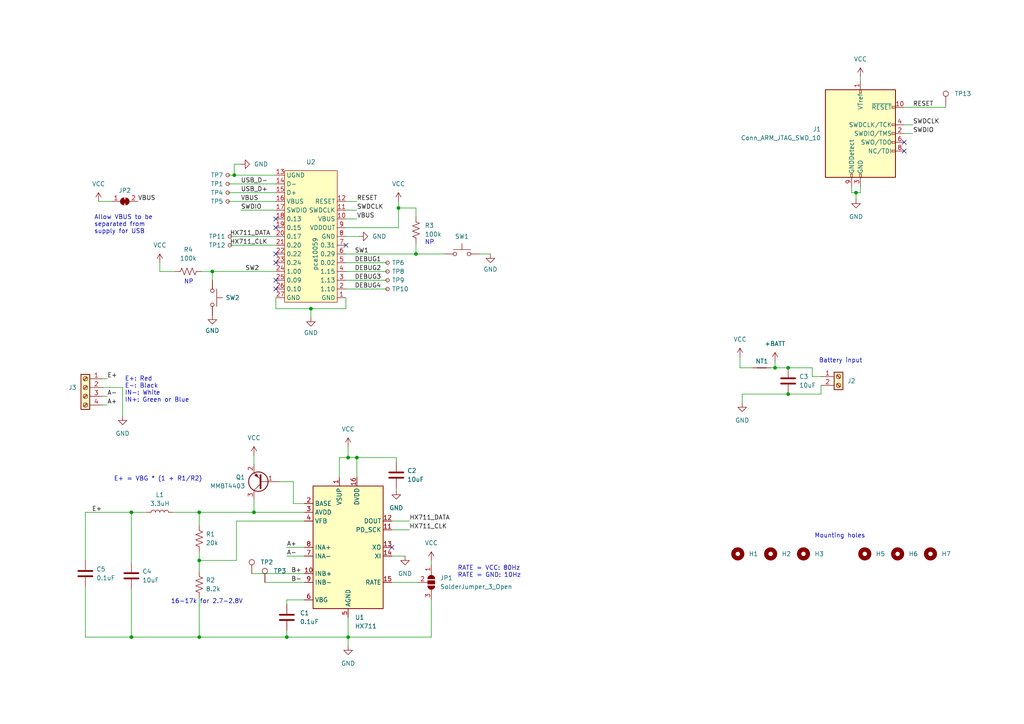
<source format=kicad_sch>
(kicad_sch (version 20230121) (generator eeschema)
  (paper "A4")
  (lib_symbols
    (symbol "Analog_ADC:HX711"
      (property "Reference" "U" (at 5.08 21.59 0))
      (property "Value" "HX711" (at 7.62 19.05 0))
      (symbol "HX711_0_1"
        (rectangle (start -10.16 17.78) (end 10.16 -17.78) (stroke (width 0.254)) (fill (type background)))
      )
      (symbol "HX711_1_1"
        (pin power_in line (at -2.54 20.32 270) (length 2.54) (name "VSUP") (number "1"))
        (pin input line (at -12.7 -7.62 0) (length 2.54) (name "INB+") (number "10"))
        (pin input line (at 12.7 5.08 180) (length 2.54) (name "PD_SCK") (number "11"))
        (pin output line (at 12.7 7.62 180) (length 2.54) (name "DOUT") (number "12"))
        (pin passive line (at 12.7 0 180) (length 2.54) (name "XO") (number "13"))
        (pin passive line (at 12.7 -2.54 180) (length 2.54) (name "XI") (number "14"))
        (pin input line (at 12.7 -10.16 180) (length 2.54) (name "RATE") (number "15"))
        (pin power_in line (at 2.54 20.32 270) (length 2.54) (name "DVDD") (number "16"))
        (pin passive line (at -12.7 12.7 0) (length 2.54) (name "BASE") (number "2"))
        (pin power_in line (at -12.7 10.16 0) (length 2.54) (name "AVDD") (number "3"))
        (pin input line (at -12.7 7.62 0) (length 2.54) (name "VFB") (number "4"))
        (pin power_in line (at 0 -20.32 90) (length 2.54) (name "AGND") (number "5"))
        (pin passive line (at -12.7 -15.24 0) (length 2.54) (name "VBG") (number "6"))
        (pin input line (at -12.7 -2.54 0) (length 2.54) (name "INA-") (number "7"))
        (pin input line (at -12.7 0 0) (length 2.54) (name "INA+") (number "8"))
        (pin input line (at -12.7 -10.16 0) (length 2.54) (name "INB-") (number "9"))
      )
    )
    (symbol "Connector:Conn_ARM_JTAG_SWD_10" (pin_names (offset 1.016))
      (property "Reference" "J" (at -2.54 16.51 0))
      (property "Value" "Conn_ARM_JTAG_SWD_10" (at -2.54 13.97 0))
      (symbol "Conn_ARM_JTAG_SWD_10_0_1"
        (rectangle (start -10.16 12.7) (end 10.16 -12.7) (stroke (width 0.254)) (fill (type background)))
        (rectangle (start -2.794 -12.7) (end -2.286 -11.684))
        (rectangle (start -0.254 -12.7) (end 0.254 -11.684))
        (rectangle (start -0.254 12.7) (end 0.254 11.684))
        (rectangle (start 9.144 2.286) (end 10.16 2.794))
        (rectangle (start 10.16 -2.794) (end 9.144 -2.286))
        (rectangle (start 10.16 -0.254) (end 9.144 0.254))
        (rectangle (start 10.16 7.874) (end 9.144 7.366))
      )
      (symbol "Conn_ARM_JTAG_SWD_10_1_1"
        (rectangle (start 9.144 -5.334) (end 10.16 -4.826))
        (pin power_in line (at 0 15.24 270) (length 2.54) (name "VTref") (number "1"))
        (pin open_collector line (at 12.7 7.62 180) (length 2.54) (name "~{RESET}") (number "10"))
        (pin bidirectional line (at 12.7 0 180) (length 2.54) (name "SWDIO/TMS") (number "2"))
        (pin power_in line (at 0 -15.24 90) (length 2.54) (name "GND") (number "3"))
        (pin output line (at 12.7 2.54 180) (length 2.54) (name "SWDCLK/TCK") (number "4"))
        (pin passive line (at 0 -15.24 90) (length 2.54) hide (name "GND") (number "5"))
        (pin input line (at 12.7 -2.54 180) (length 2.54) (name "SWO/TDO") (number "6"))
        (pin no_connect line (at -10.16 0 0) (length 2.54) hide (name "KEY") (number "7"))
        (pin output line (at 12.7 -5.08 180) (length 2.54) (name "NC/TDI") (number "8"))
        (pin passive line (at -2.54 -15.24 90) (length 2.54) (name "GNDDetect") (number "9"))
      )
    )
    (symbol "Connector:Screw_Terminal_01x02" (pin_names (offset 1.016) hide)
      (property "Reference" "J" (at 0 2.54 0))
      (property "Value" "Screw_Terminal_01x02" (at 0 -5.08 0))
      (symbol "Screw_Terminal_01x02_1_1"
        (rectangle (start -1.27 1.27) (end 1.27 -3.81) (stroke (width 0.254)) (fill (type background)))
        (circle (center 0 -2.54) (radius 0.635) (stroke (width 0.1524)))
        (polyline (pts (xy -0.5334 -2.2098) (xy 0.3302 -3.048)) (stroke (width 0.1524)))
        (polyline (pts (xy -0.5334 0.3302) (xy 0.3302 -0.508)) (stroke (width 0.1524)))
        (polyline (pts (xy -0.3556 -2.032) (xy 0.508 -2.8702)) (stroke (width 0.1524)))
        (polyline (pts (xy -0.3556 0.508) (xy 0.508 -0.3302)) (stroke (width 0.1524)))
        (circle (center 0 0) (radius 0.635) (stroke (width 0.1524)))
        (pin passive line (at -5.08 0 0) (length 3.81) (name "Pin_1") (number "1"))
        (pin passive line (at -5.08 -2.54 0) (length 3.81) (name "Pin_2") (number "2"))
      )
    )
    (symbol "Connector:Screw_Terminal_01x04" (pin_names (offset 1.016) hide)
      (property "Reference" "J" (at 0 5.08 0))
      (property "Value" "Screw_Terminal_01x04" (at 0 -7.62 0))
      (symbol "Screw_Terminal_01x04_1_1"
        (rectangle (start -1.27 3.81) (end 1.27 -6.35) (stroke (width 0.254)) (fill (type background)))
        (circle (center 0 -5.08) (radius 0.635) (stroke (width 0.1524)))
        (circle (center 0 -2.54) (radius 0.635) (stroke (width 0.1524)))
        (polyline (pts (xy -0.5334 -4.7498) (xy 0.3302 -5.588)) (stroke (width 0.1524)))
        (polyline (pts (xy -0.5334 -2.2098) (xy 0.3302 -3.048)) (stroke (width 0.1524)))
        (polyline (pts (xy -0.5334 0.3302) (xy 0.3302 -0.508)) (stroke (width 0.1524)))
        (polyline (pts (xy -0.5334 2.8702) (xy 0.3302 2.032)) (stroke (width 0.1524)))
        (polyline (pts (xy -0.3556 -4.572) (xy 0.508 -5.4102)) (stroke (width 0.1524)))
        (polyline (pts (xy -0.3556 -2.032) (xy 0.508 -2.8702)) (stroke (width 0.1524)))
        (polyline (pts (xy -0.3556 0.508) (xy 0.508 -0.3302)) (stroke (width 0.1524)))
        (polyline (pts (xy -0.3556 3.048) (xy 0.508 2.2098)) (stroke (width 0.1524)))
        (circle (center 0 0) (radius 0.635) (stroke (width 0.1524)))
        (circle (center 0 2.54) (radius 0.635) (stroke (width 0.1524)))
        (pin passive line (at -5.08 2.54 0) (length 3.81) (name "Pin_1") (number "1"))
        (pin passive line (at -5.08 0 0) (length 3.81) (name "Pin_2") (number "2"))
        (pin passive line (at -5.08 -2.54 0) (length 3.81) (name "Pin_3") (number "3"))
        (pin passive line (at -5.08 -5.08 0) (length 3.81) (name "Pin_4") (number "4"))
      )
    )
    (symbol "Connector:TestPoint" (pin_numbers hide) (pin_names (offset 0.762) hide)
      (property "Reference" "TP" (at 0 6.858 0))
      (property "Value" "TestPoint" (at 0 5.08 0))
      (symbol "TestPoint_0_1"
        (circle (center 0 3.302) (radius 0.762))
      )
      (symbol "TestPoint_1_1"
        (pin passive line (at 0 0 90) (length 2.54) (name "1") (number "1"))
      )
    )
    (symbol "Connector:TestPoint_Small" (pin_numbers hide) (pin_names (offset 0.762) hide)
      (property "Reference" "TP" (at 0 3.81 0))
      (property "Value" "TestPoint_Small" (at 0 2.032 0))
      (symbol "TestPoint_Small_0_1"
        (circle (center 0 0) (radius 0.508))
      )
      (symbol "TestPoint_Small_1_1"
        (pin passive line (at 0 0 90) (length 0) (name "1") (number "1"))
      )
    )
    (symbol "Device:C" (pin_numbers hide) (pin_names (offset 0.254))
      (property "Reference" "C" (at 0.635 2.54 0))
      (property "Value" "C" (at 0.635 -2.54 0))
      (symbol "C_0_1"
        (polyline (pts (xy -2.032 -0.762) (xy 2.032 -0.762)) (stroke (width 0.508)))
        (polyline (pts (xy -2.032 0.762) (xy 2.032 0.762)) (stroke (width 0.508)))
      )
      (symbol "C_1_1"
        (pin passive line (at 0 3.81 270) (length 2.794) (name "~") (number "1"))
        (pin passive line (at 0 -3.81 90) (length 2.794) (name "~") (number "2"))
      )
    )
    (symbol "Device:L" (pin_numbers hide) (pin_names (offset 1.016) hide)
      (property "Reference" "L" (at -1.27 0 90))
      (property "Value" "L" (at 1.905 0 90))
      (symbol "L_0_1"
        (arc (start 0 -2.54) (mid 0.6323 -1.905) (end 0 -1.27))
        (arc (start 0 -1.27) (mid 0.6323 -0.635) (end 0 0))
        (arc (start 0 0) (mid 0.6323 0.635) (end 0 1.27))
        (arc (start 0 1.27) (mid 0.6323 1.905) (end 0 2.54))
      )
      (symbol "L_1_1"
        (pin passive line (at 0 3.81 270) (length 1.27) (name "1") (number "1"))
        (pin passive line (at 0 -3.81 90) (length 1.27) (name "2") (number "2"))
      )
    )
    (symbol "Device:NetTie_2" (pin_numbers hide) (pin_names (offset 0) hide) (in_bom no)
      (property "Reference" "NT" (at 0 1.27 0))
      (property "Value" "NetTie_2" (at 0 -1.27 0))
      (symbol "NetTie_2_0_1"
        (polyline (pts (xy -1.27 0) (xy 1.27 0)) (stroke (width 0.254)))
      )
      (symbol "NetTie_2_1_1"
        (pin passive line (at -2.54 0 0) (length 2.54) (name "1") (number "1"))
        (pin passive line (at 2.54 0 180) (length 2.54) (name "2") (number "2"))
      )
    )
    (symbol "Device:R_US" (pin_numbers hide) (pin_names (offset 0))
      (property "Reference" "R" (at 2.54 0 90))
      (property "Value" "R_US" (at -2.54 0 90))
      (symbol "R_US_0_1"
        (polyline (pts (xy 0 -2.286) (xy 0 -2.54)))
        (polyline (pts (xy 0 2.286) (xy 0 2.54)))
        (polyline (pts (xy 0 -0.762) (xy 1.016 -1.143) (xy 0 -1.524) (xy -1.016 -1.905) (xy 0 -2.286)))
        (polyline (pts (xy 0 0.762) (xy 1.016 0.381) (xy 0 0) (xy -1.016 -0.381) (xy 0 -0.762)))
        (polyline (pts (xy 0 2.286) (xy 1.016 1.905) (xy 0 1.524) (xy -1.016 1.143) (xy 0 0.762)))
      )
      (symbol "R_US_1_1"
        (pin passive line (at 0 3.81 270) (length 1.27) (name "~") (number "1"))
        (pin passive line (at 0 -3.81 90) (length 1.27) (name "~") (number "2"))
      )
    )
    (symbol "Jumper:SolderJumper_2_Bridged" (pin_names (offset 0) hide)
      (property "Reference" "JP" (at 0 2.032 0))
      (property "Value" "SolderJumper_2_Bridged" (at 0 -2.54 0))
      (symbol "SolderJumper_2_Bridged_0_1"
        (rectangle (start -0.508 0.508) (end 0.508 -0.508) (fill (type outline)))
        (arc (start -0.254 1.016) (mid -1.2656 0) (end -0.254 -1.016))
        (arc (start -0.254 1.016) (mid -1.2656 0) (end -0.254 -1.016) (fill (type outline)))
        (polyline (pts (xy -0.254 1.016) (xy -0.254 -1.016)))
        (polyline (pts (xy 0.254 1.016) (xy 0.254 -1.016)))
        (arc (start 0.254 -1.016) (mid 1.2656 0) (end 0.254 1.016))
        (arc (start 0.254 -1.016) (mid 1.2656 0) (end 0.254 1.016) (fill (type outline)))
      )
      (symbol "SolderJumper_2_Bridged_1_1"
        (pin passive line (at -3.81 0 0) (length 2.54) (name "A") (number "1"))
        (pin passive line (at 3.81 0 180) (length 2.54) (name "B") (number "2"))
      )
    )
    (symbol "Jumper:SolderJumper_3_Open" (pin_names (offset 0) hide)
      (property "Reference" "JP" (at -2.54 -2.54 0))
      (property "Value" "SolderJumper_3_Open" (at 0 2.794 0))
      (symbol "SolderJumper_3_Open_0_1"
        (arc (start -1.016 1.016) (mid -2.0276 0) (end -1.016 -1.016))
        (arc (start -1.016 1.016) (mid -2.0276 0) (end -1.016 -1.016) (fill (type outline)))
        (rectangle (start -0.508 1.016) (end 0.508 -1.016) (fill (type outline)))
        (polyline (pts (xy -2.54 0) (xy -2.032 0)))
        (polyline (pts (xy -1.016 1.016) (xy -1.016 -1.016)))
        (polyline (pts (xy 0 -1.27) (xy 0 -1.016)))
        (polyline (pts (xy 1.016 1.016) (xy 1.016 -1.016)))
        (polyline (pts (xy 2.54 0) (xy 2.032 0)))
        (arc (start 1.016 -1.016) (mid 2.0276 0) (end 1.016 1.016))
        (arc (start 1.016 -1.016) (mid 2.0276 0) (end 1.016 1.016) (fill (type outline)))
      )
      (symbol "SolderJumper_3_Open_1_1"
        (pin passive line (at -5.08 0 0) (length 2.54) (name "A") (number "1"))
        (pin passive line (at 0 -3.81 90) (length 2.54) (name "C") (number "2"))
        (pin passive line (at 5.08 0 180) (length 2.54) (name "B") (number "3"))
      )
    )
    (symbol "Kes:PCA10059"
      (property "Reference" "U" (at -16.51 0 0))
      (symbol "PCA10059_1_1"
        (rectangle (start -19.05 7.62) (end 19.05 -7.62) (fill (type background)))
        (pin power_in line (at -17.78 -10.16 90) (length 2.54) (name "GND") (number "1"))
        (pin power_in line (at 5.08 -10.16 90) (length 2.54) (name "VBUS") (number "10"))
        (pin bidirectional line (at 7.62 -10.16 90) (length 2.54) (name "SWDCLK") (number "11"))
        (pin input line (at 10.16 -10.16 90) (length 2.54) (name "RESET") (number "12"))
        (pin power_in line (at 17.78 10.16 270) (length 2.54) (name "UGND") (number "13"))
        (pin bidirectional line (at 15.24 10.16 270) (length 2.54) (name "D-") (number "14"))
        (pin bidirectional line (at 12.7 10.16 270) (length 2.54) (name "D+") (number "15"))
        (pin power_in line (at 10.16 10.16 270) (length 2.54) (name "VBUS") (number "16"))
        (pin bidirectional line (at 7.62 10.16 270) (length 2.54) (name "SWDIO") (number "17"))
        (pin bidirectional line (at 5.08 10.16 270) (length 2.54) (name "0.13") (number "18"))
        (pin bidirectional line (at 2.54 10.16 270) (length 2.54) (name "0.15") (number "19"))
        (pin bidirectional line (at -15.24 -10.16 90) (length 2.54) (name "1.10") (number "2"))
        (pin bidirectional line (at 0 10.16 270) (length 2.54) (name "0.17") (number "20"))
        (pin bidirectional line (at -2.54 10.16 270) (length 2.54) (name "0.20") (number "21"))
        (pin bidirectional line (at -5.08 10.16 270) (length 2.54) (name "0.22") (number "22"))
        (pin bidirectional line (at -7.62 10.16 270) (length 2.54) (name "0.24") (number "23"))
        (pin bidirectional line (at -10.16 10.16 270) (length 2.54) (name "1.00") (number "24"))
        (pin bidirectional line (at -12.7 10.16 270) (length 2.54) (name "0.09") (number "25"))
        (pin bidirectional line (at -15.24 10.16 270) (length 2.54) (name "0.10") (number "26"))
        (pin power_in line (at -17.78 10.16 270) (length 2.54) (name "GND") (number "27"))
        (pin bidirectional line (at -12.7 -10.16 90) (length 2.54) (name "1.13") (number "3"))
        (pin bidirectional line (at -10.16 -10.16 90) (length 2.54) (name "1.15") (number "4"))
        (pin bidirectional line (at -7.62 -10.16 90) (length 2.54) (name "0.02") (number "5"))
        (pin bidirectional line (at -5.08 -10.16 90) (length 2.54) (name "0.29") (number "6"))
        (pin bidirectional line (at -2.54 -10.16 90) (length 2.54) (name "0.31") (number "7"))
        (pin power_in line (at 0 -10.16 90) (length 2.54) (name "GND") (number "8"))
        (pin power_in line (at 2.54 -10.16 90) (length 2.54) (name "VDDOUT") (number "9"))
      )
    )
    (symbol "Mechanical:MountingHole" (pin_names (offset 1.016))
      (property "Reference" "H" (at 0 5.08 0))
      (property "Value" "MountingHole" (at 0 3.175 0))
      (symbol "MountingHole_0_1"
        (circle (center 0 0) (radius 1.27) (stroke (width 1.27)))
      )
    )
    (symbol "Switch:SW_Push" (pin_numbers hide) (pin_names (offset 1.016) hide)
      (property "Reference" "SW" (at 1.27 2.54 0))
      (property "Value" "SW_Push" (at 0 -1.524 0))
      (symbol "SW_Push_0_1"
        (circle (center -2.032 0) (radius 0.508))
        (polyline (pts (xy 0 1.27) (xy 0 3.048)))
        (polyline (pts (xy 2.54 1.27) (xy -2.54 1.27)))
        (circle (center 2.032 0) (radius 0.508))
        (pin passive line (at -5.08 0 0) (length 2.54) (name "1") (number "1"))
        (pin passive line (at 5.08 0 180) (length 2.54) (name "2") (number "2"))
      )
    )
    (symbol "Transistor_BJT:MMBT3906" (pin_names (offset 0) hide)
      (property "Reference" "Q" (at 5.08 1.905 0))
      (property "Value" "MMBT3906" (at 5.08 0 0))
      (symbol "MMBT3906_0_1"
        (polyline (pts (xy 0.635 0.635) (xy 2.54 2.54)))
        (polyline (pts (xy 0.635 -0.635) (xy 2.54 -2.54) (xy 2.54 -2.54)))
        (polyline (pts (xy 0.635 1.905) (xy 0.635 -1.905) (xy 0.635 -1.905)) (stroke (width 0.508)))
        (polyline (pts (xy 2.286 -1.778) (xy 1.778 -2.286) (xy 1.27 -1.27) (xy 2.286 -1.778) (xy 2.286 -1.778)) (fill (type outline)))
        (circle (center 1.27 0) (radius 2.8194) (stroke (width 0.254)))
      )
      (symbol "MMBT3906_1_1"
        (pin input line (at -5.08 0 0) (length 5.715) (name "B") (number "1"))
        (pin passive line (at 2.54 -5.08 90) (length 2.54) (name "E") (number "2"))
        (pin passive line (at 2.54 5.08 270) (length 2.54) (name "C") (number "3"))
      )
    )
    (symbol "power:+BATT" (power) (pin_names (offset 0))
      (property "Value" "+BATT" (at 0 3.556 0))
      (symbol "+BATT_0_1"
        (polyline (pts (xy -0.762 1.27) (xy 0 2.54)))
        (polyline (pts (xy 0 0) (xy 0 2.54)))
        (polyline (pts (xy 0 2.54) (xy 0.762 1.27)))
      )
      (symbol "+BATT_1_1"
        (pin power_in line (at 0 0 90) (length 0) hide (name "+BATT") (number "1"))
      )
    )
    (symbol "power:GND" (power) (pin_names (offset 0))
      (property "Value" "GND" (at 0 -3.81 0))
      (symbol "GND_0_1"
        (polyline (pts (xy 0 0) (xy 0 -1.27) (xy 1.27 -1.27) (xy 0 -2.54) (xy -1.27 -1.27) (xy 0 -1.27)))
      )
      (symbol "GND_1_1"
        (pin power_in line (at 0 0 270) (length 0) hide (name "GND") (number "1"))
      )
    )
    (symbol "power:VCC" (power) (pin_names (offset 0))
      (property "Value" "VCC" (at 0 3.81 0))
      (symbol "VCC_0_1"
        (polyline (pts (xy -0.762 1.27) (xy 0 2.54)))
        (polyline (pts (xy 0 0) (xy 0 2.54)))
        (polyline (pts (xy 0 2.54) (xy 0.762 1.27)))
      )
      (symbol "VCC_1_1"
        (pin power_in line (at 0 0 90) (length 0) hide (name "VCC") (number "1"))
      )
    )
  )
  (junction (at 90.17 89.535))
  (junction (at 61.595 78.74))
  (junction (at 248.285 55.88))
  (junction (at 120.65 73.66))
  (junction (at 228.6 114.3))
  (junction (at 38.1 184.785))
  (junction (at 100.965 184.785))
  (junction (at 83.185 184.785))
  (junction (at 57.785 148.59))
  (junction (at 228.6 106.68))
  (junction (at 57.785 162.56))
  (junction (at 103.505 132.715))
  (junction (at 115.57 60.325))
  (junction (at 73.66 148.59))
  (junction (at 224.79 106.68))
  (junction (at 38.1 148.59))
  (junction (at 57.785 184.785))
  (junction (at 67.945 50.8))
  (junction (at 100.965 132.715))
  (no_connect (at 262.255 41.275))
  (no_connect (at 100.33 71.12))
  (no_connect (at 80.01 73.66))
  (no_connect (at 80.01 81.28))
  (no_connect (at 113.665 158.75))
  (no_connect (at 80.01 83.82))
  (no_connect (at 262.255 43.815))
  (no_connect (at 80.01 63.5))
  (no_connect (at 80.01 76.2))
  (no_connect (at 80.01 66.04))
  (wire (pts (xy 90.17 89.535) (xy 80.01 89.535)))
  (wire (pts (xy 215.265 114.3) (xy 228.6 114.3)))
  (wire (pts (xy 113.665 168.91) (xy 121.285 168.91)))
  (wire (pts (xy 67.945 50.8) (xy 66.04 50.8)))
  (wire (pts (xy 46.355 76.2) (xy 46.355 78.74)))
  (wire (pts (xy 139.065 73.66) (xy 142.24 73.66)))
  (wire (pts (xy 100.33 63.5) (xy 103.505 63.5)))
  (wire (pts (xy 24.765 148.59) (xy 24.765 162.56)))
  (wire (pts (xy 120.65 73.66) (xy 128.905 73.66)))
  (wire (pts (xy 83.185 161.29) (xy 88.265 161.29)))
  (wire (pts (xy 115.57 60.325) (xy 115.57 66.04)))
  (wire (pts (xy 35.56 112.395) (xy 35.56 120.65)))
  (wire (pts (xy 98.425 132.715) (xy 100.965 132.715)))
  (wire (pts (xy 115.57 58.42) (xy 115.57 60.325)))
  (wire (pts (xy 125.095 184.785) (xy 100.965 184.785)))
  (wire (pts (xy 50.165 148.59) (xy 57.785 148.59)))
  (wire (pts (xy 120.65 70.485) (xy 120.65 73.66)))
  (wire (pts (xy 38.1 184.785) (xy 57.785 184.785)))
  (wire (pts (xy 57.785 160.02) (xy 57.785 162.56)))
  (wire (pts (xy 83.185 184.785) (xy 83.185 182.88)))
  (wire (pts (xy 100.33 83.82) (xy 112.395 83.82)))
  (wire (pts (xy 103.505 138.43) (xy 103.505 132.715)))
  (wire (pts (xy 114.935 132.715) (xy 114.935 133.985)))
  (wire (pts (xy 38.1 148.59) (xy 42.545 148.59)))
  (wire (pts (xy 83.185 173.99) (xy 83.185 175.26)))
  (wire (pts (xy 80.01 50.8) (xy 67.945 50.8)))
  (wire (pts (xy 88.265 151.13) (xy 68.58 151.13)))
  (wire (pts (xy 120.65 62.865) (xy 120.65 60.325)))
  (wire (pts (xy 223.52 106.68) (xy 224.79 106.68)))
  (wire (pts (xy 238.125 109.22) (xy 235.585 109.22)))
  (wire (pts (xy 80.01 89.535) (xy 80.01 86.36)))
  (wire (pts (xy 103.505 132.715) (xy 114.935 132.715)))
  (wire (pts (xy 38.1 163.195) (xy 38.1 148.59)))
  (wire (pts (xy 57.785 148.59) (xy 73.66 148.59)))
  (wire (pts (xy 24.765 170.18) (xy 24.765 184.785)))
  (wire (pts (xy 235.585 106.68) (xy 228.6 106.68)))
  (wire (pts (xy 29.845 109.855) (xy 31.115 109.855)))
  (wire (pts (xy 83.185 158.75) (xy 88.265 158.75)))
  (wire (pts (xy 73.025 166.37) (xy 88.265 166.37)))
  (wire (pts (xy 24.765 184.785) (xy 38.1 184.785)))
  (wire (pts (xy 100.33 60.96) (xy 103.505 60.96)))
  (wire (pts (xy 66.675 71.12) (xy 80.01 71.12)))
  (wire (pts (xy 100.33 81.28) (xy 112.395 81.28)))
  (wire (pts (xy 57.785 173.355) (xy 57.785 184.785)))
  (wire (pts (xy 114.935 141.605) (xy 114.935 142.24)))
  (wire (pts (xy 24.765 148.59) (xy 38.1 148.59)))
  (wire (pts (xy 29.845 114.935) (xy 31.115 114.935)))
  (wire (pts (xy 115.57 66.04) (xy 100.33 66.04)))
  (wire (pts (xy 29.845 112.395) (xy 35.56 112.395)))
  (wire (pts (xy 100.33 78.74) (xy 112.395 78.74)))
  (wire (pts (xy 249.555 53.975) (xy 249.555 55.88)))
  (wire (pts (xy 249.555 22.225) (xy 249.555 23.495)))
  (wire (pts (xy 69.85 47.625) (xy 67.945 47.625)))
  (wire (pts (xy 61.595 78.74) (xy 61.595 81.28)))
  (wire (pts (xy 100.33 68.58) (xy 104.14 68.58)))
  (wire (pts (xy 218.44 106.68) (xy 214.63 106.68)))
  (wire (pts (xy 113.665 151.13) (xy 118.745 151.13)))
  (wire (pts (xy 73.66 132.08) (xy 73.66 134.62)))
  (wire (pts (xy 215.265 116.84) (xy 215.265 114.3)))
  (wire (pts (xy 274.32 31.115) (xy 274.32 30.48)))
  (wire (pts (xy 67.945 47.625) (xy 67.945 50.8)))
  (wire (pts (xy 100.33 73.66) (xy 120.65 73.66)))
  (wire (pts (xy 85.09 139.7) (xy 85.09 146.05)))
  (wire (pts (xy 57.785 152.4) (xy 57.785 148.59)))
  (wire (pts (xy 46.355 78.74) (xy 50.8 78.74)))
  (wire (pts (xy 113.665 161.29) (xy 117.475 161.29)))
  (wire (pts (xy 100.965 184.785) (xy 100.965 187.325)))
  (wire (pts (xy 238.125 111.76) (xy 238.125 114.3)))
  (wire (pts (xy 28.575 58.42) (xy 32.385 58.42)))
  (wire (pts (xy 68.58 162.56) (xy 57.785 162.56)))
  (wire (pts (xy 85.09 146.05) (xy 88.265 146.05)))
  (wire (pts (xy 29.845 117.475) (xy 31.115 117.475)))
  (wire (pts (xy 100.965 184.785) (xy 83.185 184.785)))
  (wire (pts (xy 57.785 184.785) (xy 83.185 184.785)))
  (wire (pts (xy 262.255 31.115) (xy 274.32 31.115)))
  (wire (pts (xy 88.265 173.99) (xy 83.185 173.99)))
  (wire (pts (xy 80.01 68.58) (xy 66.675 68.58)))
  (wire (pts (xy 214.63 106.68) (xy 214.63 103.505)))
  (wire (pts (xy 57.785 162.56) (xy 57.785 165.735)))
  (wire (pts (xy 248.285 55.88) (xy 248.285 57.785)))
  (wire (pts (xy 262.255 38.735) (xy 264.795 38.735)))
  (wire (pts (xy 100.33 76.2) (xy 112.395 76.2)))
  (wire (pts (xy 90.17 89.535) (xy 90.17 92.075)))
  (wire (pts (xy 66.04 53.34) (xy 80.01 53.34)))
  (wire (pts (xy 100.33 86.36) (xy 100.33 89.535)))
  (wire (pts (xy 113.665 153.67) (xy 118.745 153.67)))
  (wire (pts (xy 247.015 55.88) (xy 248.285 55.88)))
  (wire (pts (xy 58.42 78.74) (xy 61.595 78.74)))
  (wire (pts (xy 249.555 55.88) (xy 248.285 55.88)))
  (wire (pts (xy 38.1 170.815) (xy 38.1 184.785)))
  (wire (pts (xy 100.965 179.07) (xy 100.965 184.785)))
  (wire (pts (xy 125.095 173.99) (xy 125.095 184.785)))
  (wire (pts (xy 100.33 58.42) (xy 103.505 58.42)))
  (wire (pts (xy 68.58 151.13) (xy 68.58 162.56)))
  (wire (pts (xy 224.79 106.68) (xy 228.6 106.68)))
  (wire (pts (xy 80.01 78.74) (xy 61.595 78.74)))
  (wire (pts (xy 125.095 162.56) (xy 125.095 163.83)))
  (wire (pts (xy 235.585 109.22) (xy 235.585 106.68)))
  (wire (pts (xy 73.66 148.59) (xy 73.66 144.78)))
  (wire (pts (xy 69.85 60.96) (xy 80.01 60.96)))
  (wire (pts (xy 98.425 138.43) (xy 98.425 132.715)))
  (wire (pts (xy 76.835 168.91) (xy 88.265 168.91)))
  (wire (pts (xy 88.265 148.59) (xy 73.66 148.59)))
  (wire (pts (xy 262.255 36.195) (xy 264.795 36.195)))
  (wire (pts (xy 66.04 58.42) (xy 80.01 58.42)))
  (wire (pts (xy 224.79 104.775) (xy 224.79 106.68)))
  (wire (pts (xy 120.65 60.325) (xy 115.57 60.325)))
  (wire (pts (xy 81.28 139.7) (xy 85.09 139.7)))
  (wire (pts (xy 238.125 114.3) (xy 228.6 114.3)))
  (wire (pts (xy 66.04 55.88) (xy 80.01 55.88)))
  (wire (pts (xy 103.505 132.715) (xy 100.965 132.715)))
  (wire (pts (xy 247.015 53.975) (xy 247.015 55.88)))
  (wire (pts (xy 100.33 89.535) (xy 90.17 89.535)))
  (wire (pts (xy 100.965 132.715) (xy 100.965 129.54)))
  (text "Battery input" (at 237.49 105.41 0) (effects (font (size 1.27 1.27)) (justify left bottom)))
  (text "16-17k for 2.7-2.8V" (at 49.53 175.26 0) (effects (font (size 1.27 1.27)) (justify left bottom)))
  (text "E+: Red\nE-: Black\nIN-: White\nIN+: Green or Blue" (at 36.195 116.84 0) (effects (font (size 1.27 1.27)) (justify left bottom)))
  (text "NP" (at 53.34 82.55 0) (effects (font (size 1.27 1.27)) (justify left bottom)))
  (text "Mounting holes" (at 236.22 156.21 0) (effects (font (size 1.27 1.27)) (justify left bottom)))
  (text "E+ = VBG * (1 + R1/R2)" (at 33.02 139.7 0) (effects (font (size 1.27 1.27)) (justify left bottom)))
  (text "NP" (at 123.19 71.12 0) (effects (font (size 1.27 1.27)) (justify left bottom)))
  (text "Allow VBUS to be\nseparated from\nsupply for USB" (at 27.305 67.945 0) (effects (font (size 1.27 1.27)) (justify left bottom)))
  (text "RATE = VCC: 80Hz\nRATE = GND: 10Hz" (at 132.715 167.64 0) (effects (font (size 1.27 1.27)) (justify left bottom)))
  (label "VBUS" (at 103.505 63.5 0))
  (label "SWDCLK" (at 264.795 36.195 0))
  (label "USB_D-" (at 69.85 53.34 0))
  (label "A-" (at 83.185 161.29 0))
  (label "SWDIO" (at 69.85 60.96 0))
  (label "DEBUG3" (at 102.87 81.28 0))
  (label "HX711_CLK" (at 66.675 71.12 0))
  (label "A+" (at 83.185 158.75 0))
  (label "RESET" (at 264.795 31.115 0))
  (label "HX711_DATA" (at 66.675 68.58 0))
  (label "B-" (at 84.455 168.91 0))
  (label "A-" (at 31.115 114.935 0))
  (label "USB_D+" (at 69.85 55.88 0))
  (label "RESET" (at 103.505 58.42 0))
  (label "SW2" (at 71.12 78.74 0))
  (label "HX711_CLK" (at 118.745 153.67 0))
  (label "E+" (at 31.115 109.855 0))
  (label "A+" (at 31.115 117.475 0))
  (label "HX711_DATA" (at 118.745 151.13 0))
  (label "DEBUG1" (at 102.87 76.2 0))
  (label "VBUS" (at 40.005 58.42 0))
  (label "DEBUG4" (at 102.87 83.82 0))
  (label "DEBUG2" (at 102.87 78.74 0))
  (label "SWDCLK" (at 103.505 60.96 0))
  (label "E+" (at 26.67 148.59 0))
  (label "SW1" (at 102.87 73.66 0))
  (label "B+" (at 84.455 166.37 0))
  (label "SWDIO" (at 264.795 38.735 0))
  (label "VBUS" (at 69.85 58.42 0))
  (symbol (lib_id "power:VCC") (at 115.57 58.42 0) (unit 1)
    (property "Reference" "#PWR015" (effects hide))
    (property "Value" "VCC" (at 115.57 53.34 0))
  )
  (symbol (lib_id "Switch:SW_Push") (at 133.985 73.66 0) (unit 1)
    (property "Reference" "SW1" (at 133.985 68.58 0))
    (property "Value" "2223-TS02-66-70-BK-160-LCR-D-ND (Digikey)" (effects hide))
    (property "Footprint" "Button_Switch_THT:SW_PUSH_6mm_H7.3mm" (effects hide))
  )
  (symbol (lib_id "Connector:TestPoint_Small") (at 112.395 81.28 0) (mirror x) (unit 1)
    (property "Reference" "TP9" (at 113.665 81.28 0) (effects (justify left)))
    (property "Value" "TestPoint_Small" (effects hide))
    (property "Footprint" "TestPoint:TestPoint_Pad_D1.5mm" (effects hide))
  )
  (symbol (lib_id "power:GND") (at 117.475 161.29 0) (unit 1)
    (property "Reference" "#PWR02" (effects hide))
    (property "Value" "GND" (at 117.475 166.37 0))
  )
  (symbol (lib_id "Transistor_BJT:MMBT3906") (at 76.2 139.7 180) (unit 1)
    (property "Reference" "Q1" (at 71.12 138.43 0) (effects (justify left)))
    (property "Value" "MMBT4403" (at 71.12 140.97 0) (effects (justify left)))
    (property "Footprint" "Package_TO_SOT_SMD:SOT-23_Handsoldering" (effects hide))
    (property "Datasheet" "https://www.onsemi.com/pub/Collateral/2N3906-D.PDF" (effects hide))
  )
  (symbol (lib_id "power:GND") (at 114.935 142.24 0) (unit 1)
    (property "Reference" "#PWR04" (effects hide))
    (property "Value" "GND" (at 114.935 147.32 0))
  )
  (symbol (lib_id "Connector:TestPoint_Small") (at 66.04 58.42 0) (mirror y) (unit 1)
    (property "Reference" "TP5" (at 64.77 58.42 0) (effects (justify left)))
    (property "Value" "TestPoint_Small" (effects hide))
    (property "Footprint" "TestPoint:TestPoint_Pad_D1.5mm" (effects hide))
  )
  (symbol (lib_id "power:GND") (at 35.56 120.65 0) (unit 1)
    (property "Reference" "#PWR011" (effects hide))
    (property "Value" "GND" (at 35.56 125.73 0))
  )
  (symbol (lib_id "power:VCC") (at 125.095 162.56 0) (unit 1)
    (property "Reference" "#PWR03" (effects hide))
    (property "Value" "VCC" (at 125.095 157.48 0))
  )
  (symbol (lib_id "power:VCC") (at 28.575 58.42 0) (unit 1)
    (property "Reference" "#PWR017" (effects hide))
    (property "Value" "VCC" (at 28.575 53.34 0))
  )
  (symbol (lib_id "Connector:TestPoint_Small") (at 66.04 50.8 0) (mirror y) (unit 1)
    (property "Reference" "TP7" (at 64.77 50.8 0) (effects (justify left)))
    (property "Value" "TestPoint_Small" (effects hide))
    (property "Footprint" "TestPoint:TestPoint_Pad_D1.5mm" (effects hide))
  )
  (symbol (lib_id "power:GND") (at 61.595 91.44 0) (unit 1)
    (property "Reference" "#PWR020" (effects hide))
    (property "Value" "GND" (at 61.595 95.885 0))
  )
  (symbol (lib_id "power:VCC") (at 100.965 129.54 0) (unit 1)
    (property "Reference" "#PWR05" (effects hide))
    (property "Value" "VCC" (at 100.965 124.46 0))
  )
  (symbol (lib_id "power:GND") (at 104.14 68.58 90) (unit 1)
    (property "Reference" "#PWR016" (effects hide))
    (property "Value" "GND" (at 107.95 68.58 90) (effects (justify right)))
  )
  (symbol (lib_id "power:GND") (at 90.17 92.075 0) (unit 1)
    (property "Reference" "#PWR018" (effects hide))
    (property "Value" "GND" (at 90.17 96.52 0))
  )
  (symbol (lib_id "power:VCC") (at 214.63 103.505 0) (unit 1)
    (property "Reference" "#PWR013" (effects hide))
    (property "Value" "VCC" (at 214.63 98.425 0))
  )
  (symbol (lib_id "Device:R_US") (at 120.65 66.675 0) (unit 1)
    (property "Reference" "R3" (at 123.19 65.405 0) (effects (justify left)))
    (property "Value" "100k" (at 123.19 67.945 0) (effects (justify left)))
    (property "Footprint" "Resistor_SMD:R_0805_2012Metric_Pad1.20x1.40mm_HandSolder" (effects hide))
  )
  (symbol (lib_id "Connector:TestPoint_Small") (at 66.04 55.88 0) (mirror y) (unit 1)
    (property "Reference" "TP4" (at 64.77 55.88 0) (effects (justify left)))
    (property "Value" "TestPoint_Small" (effects hide))
    (property "Footprint" "TestPoint:TestPoint_Pad_D1.5mm" (effects hide))
  )
  (symbol (lib_id "Mechanical:MountingHole") (at 223.52 160.655 0) (unit 1)
    (property "Reference" "H2" (at 226.695 160.655 0) (effects (justify left)))
    (property "Value" "MountingHole" (effects hide))
    (property "Footprint" "MountingHole:MountingHole_2.2mm_M2" (effects hide))
  )
  (symbol (lib_id "power:GND") (at 215.265 116.84 0) (unit 1)
    (property "Reference" "#PWR07" (effects hide))
    (property "Value" "GND" (at 215.265 121.92 0))
  )
  (symbol (lib_id "Device:C") (at 114.935 137.795 0) (unit 1)
    (property "Reference" "C2" (at 118.11 136.525 0) (effects (justify left)))
    (property "Value" "10uF" (at 118.11 139.065 0) (effects (justify left)))
    (property "Footprint" "Capacitor_SMD:C_0805_2012Metric_Pad1.18x1.45mm_HandSolder" (effects hide))
  )
  (symbol (lib_id "Device:C") (at 83.185 179.07 0) (unit 1)
    (property "Reference" "C1" (at 86.995 177.8 0) (effects (justify left)))
    (property "Value" "0.1uF" (at 86.995 180.34 0) (effects (justify left)))
    (property "Footprint" "Capacitor_SMD:C_0805_2012Metric_Pad1.18x1.45mm_HandSolder" (effects hide))
  )
  (symbol (lib_id "Jumper:SolderJumper_3_Open") (at 125.095 168.91 270) (unit 1)
    (property "Reference" "JP1" (at 127.635 167.64 90) (effects (justify left)))
    (property "Value" "SolderJumper_3_Open" (at 127.635 170.18 90) (effects (justify left)))
    (property "Footprint" "Jumper:SolderJumper-3_P1.3mm_Open_RoundedPad1.0x1.5mm" (effects hide))
  )
  (symbol (lib_id "Connector:TestPoint") (at 274.32 30.48 0) (unit 1)
    (property "Reference" "TP13" (at 276.86 27.178 0) (effects (justify left)))
    (property "Value" "TestPoint" (effects hide))
    (property "Footprint" "TestPoint:TestPoint_Pad_D1.5mm" (effects hide))
  )
  (symbol (lib_id "Jumper:SolderJumper_2_Bridged") (at 36.195 58.42 0) (unit 1)
    (property "Reference" "JP2" (at 36.195 55.245 0))
    (property "Value" "SolderJumper_2_Bridged" (effects hide))
    (property "Footprint" "Jumper:SolderJumper-2_P1.3mm_Bridged_RoundedPad1.0x1.5mm" (effects hide))
  )
  (symbol (lib_id "power:VCC") (at 46.355 76.2 0) (unit 1)
    (property "Reference" "#PWR021" (effects hide))
    (property "Value" "VCC" (at 46.355 71.12 0))
  )
  (symbol (lib_id "Mechanical:MountingHole") (at 260.35 160.655 0) (unit 1)
    (property "Reference" "H6" (at 263.525 160.655 0) (effects (justify left)))
    (property "Value" "MountingHole" (effects hide))
    (property "Footprint" "MountingHole:MountingHole_2.2mm_M2" (effects hide))
  )
  (symbol (lib_id "Device:C") (at 24.765 166.37 0) (unit 1)
    (property "Reference" "C5" (at 27.94 165.1 0) (effects (justify left)))
    (property "Value" "0.1uF" (at 27.94 167.64 0) (effects (justify left)))
    (property "Footprint" "Capacitor_SMD:C_0805_2012Metric_Pad1.18x1.45mm_HandSolder" (effects hide))
  )
  (symbol (lib_id "Analog_ADC:HX711") (at 100.965 158.75 0) (unit 1)
    (property "Reference" "U1" (at 102.9209 179.07 0) (effects (justify left)))
    (property "Value" "HX711" (at 102.9209 181.61 0) (effects (justify left)))
    (property "Footprint" "Package_SO:SOP-16_3.9x9.9mm_P1.27mm" (effects hide))
    (property "Datasheet" "https://cdn.sparkfun.com/datasheets/Sensors/ForceFlex/hx711_english.pdf" (effects hide))
  )
  (symbol (lib_id "Connector:TestPoint_Small") (at 112.395 78.74 0) (mirror x) (unit 1)
    (property "Reference" "TP8" (at 113.665 78.74 0) (effects (justify left)))
    (property "Value" "TestPoint_Small" (effects hide))
    (property "Footprint" "TestPoint:TestPoint_Pad_D1.5mm" (effects hide))
  )
  (symbol (lib_id "Device:NetTie_2") (at 220.98 106.68 0) (unit 1) (in_bom no)
    (property "Reference" "NT1" (at 220.98 104.775 0))
    (property "Value" "NetTie_2" (effects hide))
    (property "Footprint" "NetTie:NetTie-2_SMD_Pad2.0mm" (effects hide))
  )
  (symbol (lib_id "Device:L") (at 46.355 148.59 90) (unit 1)
    (property "Reference" "L1" (at 46.355 143.51 90))
    (property "Value" "3.3uH" (at 46.355 146.05 90))
    (property "Footprint" "Inductor_SMD:L_0805_2012Metric_Pad1.05x1.20mm_HandSolder" (effects hide))
  )
  (symbol (lib_id "Kes:PCA10059") (at 90.17 68.58 90) (unit 1)
    (property "Reference" "U2" (at 90.17 46.99 90))
    (property "Value" "pca10059" (at 91.44 73.66 0))
    (property "Footprint" "hangman:pca10059" (effects hide))
  )
  (symbol (lib_id "power:GND") (at 248.285 57.785 0) (unit 1)
    (property "Reference" "#PWR010" (effects hide))
    (property "Value" "GND" (at 248.285 62.865 0))
  )
  (symbol (lib_id "Device:R_US") (at 57.785 169.545 0) (unit 1)
    (property "Reference" "R2" (at 59.69 168.275 0) (effects (justify left)))
    (property "Value" "8.2k" (at 59.69 170.815 0) (effects (justify left)))
    (property "Footprint" "Resistor_SMD:R_0805_2012Metric_Pad1.20x1.40mm_HandSolder" (effects hide))
  )
  (symbol (lib_id "Connector:TestPoint") (at 76.835 168.91 0) (unit 1)
    (property "Reference" "TP3" (at 79.375 165.608 0) (effects (justify left)))
    (property "Value" "TestPoint" (effects hide))
    (property "Footprint" "TestPoint:TestPoint_Pad_D1.5mm" (effects hide))
  )
  (symbol (lib_id "Connector:TestPoint_Small") (at 66.675 68.58 0) (mirror y) (unit 1)
    (property "Reference" "TP11" (at 65.405 68.58 0) (effects (justify left)))
    (property "Value" "TestPoint_Small" (effects hide))
    (property "Footprint" "TestPoint:TestPoint_Pad_D1.5mm" (effects hide))
  )
  (symbol (lib_id "Connector:Conn_ARM_JTAG_SWD_10") (at 249.555 38.735 0) (unit 1)
    (property "Reference" "J1" (at 238.125 37.465 0) (effects (justify right)))
    (property "Value" "Conn_ARM_JTAG_SWD_10" (at 238.125 40.005 0) (effects (justify right)))
    (property "Footprint" "Connector_PinHeader_1.27mm:PinHeader_2x05_P1.27mm_Vertical_SMD" (effects hide))
    (property "Datasheet" "http://infocenter.arm.com/help/topic/com.arm.doc.ddi0314h/DDI0314H_coresight_components_trm.pdf" (effects hide))
  )
  (symbol (lib_id "Mechanical:MountingHole") (at 233.045 160.655 0) (unit 1)
    (property "Reference" "H3" (at 236.22 160.655 0) (effects (justify left)))
    (property "Value" "MountingHole" (effects hide))
    (property "Footprint" "MountingHole:MountingHole_2.2mm_M2" (effects hide))
  )
  (symbol (lib_id "Mechanical:MountingHole") (at 269.875 160.655 0) (unit 1)
    (property "Reference" "H7" (at 273.05 160.655 0) (effects (justify left)))
    (property "Value" "MountingHole" (effects hide))
    (property "Footprint" "MountingHole:MountingHole_2.2mm_M2" (effects hide))
  )
  (symbol (lib_id "Device:R_US") (at 57.785 156.21 0) (unit 1)
    (property "Reference" "R1" (at 59.69 154.94 0) (effects (justify left)))
    (property "Value" "20k" (at 59.69 157.48 0) (effects (justify left)))
    (property "Footprint" "Resistor_SMD:R_0805_2012Metric_Pad1.20x1.40mm_HandSolder" (effects hide))
  )
  (symbol (lib_id "Connector:TestPoint_Small") (at 112.395 83.82 0) (mirror x) (unit 1)
    (property "Reference" "TP10" (at 113.665 83.82 0) (effects (justify left)))
    (property "Value" "TestPoint_Small" (effects hide))
    (property "Footprint" "TestPoint:TestPoint_Pad_D1.5mm" (effects hide))
  )
  (symbol (lib_id "Mechanical:MountingHole") (at 213.995 160.655 0) (unit 1)
    (property "Reference" "H1" (at 217.17 160.655 0) (effects (justify left)))
    (property "Value" "MountingHole" (effects hide))
    (property "Footprint" "MountingHole:MountingHole_2.2mm_M2" (effects hide))
  )
  (symbol (lib_id "power:VCC") (at 249.555 22.225 0) (unit 1)
    (property "Reference" "#PWR012" (effects hide))
    (property "Value" "VCC" (at 249.555 17.145 0))
  )
  (symbol (lib_id "Device:R_US") (at 54.61 78.74 90) (unit 1)
    (property "Reference" "R4" (at 54.61 72.39 90))
    (property "Value" "100k" (at 54.61 74.93 90))
    (property "Footprint" "Resistor_SMD:R_0805_2012Metric_Pad1.20x1.40mm_HandSolder" (effects hide))
  )
  (symbol (lib_id "power:+BATT") (at 224.79 104.775 0) (unit 1)
    (property "Reference" "#PWR08" (effects hide))
    (property "Value" "+BATT" (at 224.79 99.695 0))
  )
  (symbol (lib_id "Connector:TestPoint_Small") (at 66.04 53.34 0) (mirror y) (unit 1)
    (property "Reference" "TP1" (at 64.77 53.34 0) (effects (justify left)))
    (property "Value" "TestPoint_Small" (effects hide))
    (property "Footprint" "TestPoint:TestPoint_Pad_D1.5mm" (effects hide))
  )
  (symbol (lib_id "Mechanical:MountingHole") (at 250.825 160.655 0) (unit 1)
    (property "Reference" "H5" (at 254 160.655 0) (effects (justify left)))
    (property "Value" "MountingHole" (effects hide))
    (property "Footprint" "MountingHole:MountingHole_2.2mm_M2" (effects hide))
  )
  (symbol (lib_id "Device:C") (at 228.6 110.49 0) (unit 1)
    (property "Reference" "C3" (at 231.775 109.22 0) (effects (justify left)))
    (property "Value" "10uF" (at 231.775 111.76 0) (effects (justify left)))
    (property "Footprint" "Capacitor_SMD:C_0805_2012Metric_Pad1.18x1.45mm_HandSolder" (effects hide))
  )
  (symbol (lib_id "power:VCC") (at 73.66 132.08 0) (unit 1)
    (property "Reference" "#PWR06" (effects hide))
    (property "Value" "VCC" (at 73.66 127 0))
  )
  (symbol (lib_id "power:GND") (at 69.85 47.625 90) (unit 1)
    (property "Reference" "#PWR014" (effects hide))
    (property "Value" "GND" (at 73.66 47.625 90) (effects (justify right)))
  )
  (symbol (lib_id "power:GND") (at 142.24 73.66 0) (unit 1)
    (property "Reference" "#PWR019" (effects hide))
    (property "Value" "GND" (at 142.24 78.105 0))
  )
  (symbol (lib_id "Connector:Screw_Terminal_01x04") (at 24.765 112.395 0) (mirror y) (unit 1)
    (property "Reference" "J3" (at 22.225 112.395 0) (effects (justify left)))
    (property "Value" "Screw_Terminal_01x04" (effects hide))
    (property "Footprint" "TerminalBlock_Phoenix:TerminalBlock_Phoenix_MPT-0,5-4-2.54_1x04_P2.54mm_Horizontal" (effects hide))
  )
  (symbol (lib_id "Connector:Screw_Terminal_01x02") (at 243.205 109.22 0) (unit 1)
    (property "Reference" "J2" (at 245.745 110.49 0) (effects (justify left)))
    (property "Value" "Screw_Terminal_01x02" (effects hide))
    (property "Footprint" "TerminalBlock_Phoenix:TerminalBlock_Phoenix_MPT-0,5-2-2.54_1x02_P2.54mm_Horizontal" (effects hide))
  )
  (symbol (lib_id "Switch:SW_Push") (at 61.595 86.36 270) (unit 1)
    (property "Reference" "SW2" (at 65.405 86.36 90) (effects (justify left)))
    (property "Value" "2223-TS02-66-70-BK-160-LCR-D-ND (Digikey)" (effects hide))
    (property "Footprint" "Button_Switch_THT:SW_PUSH_6mm_H7.3mm" (effects hide))
  )
  (symbol (lib_id "Connector:TestPoint") (at 73.025 166.37 0) (unit 1)
    (property "Reference" "TP2" (at 75.565 163.068 0) (effects (justify left)))
    (property "Value" "TestPoint" (effects hide))
    (property "Footprint" "TestPoint:TestPoint_Pad_D1.5mm" (effects hide))
  )
  (symbol (lib_id "Connector:TestPoint_Small") (at 112.395 76.2 0) (mirror x) (unit 1)
    (property "Reference" "TP6" (at 113.665 76.2 0) (effects (justify left)))
    (property "Value" "TestPoint_Small" (effects hide))
    (property "Footprint" "TestPoint:TestPoint_Pad_D1.5mm" (effects hide))
  )
  (symbol (lib_id "Connector:TestPoint_Small") (at 66.675 71.12 0) (mirror y) (unit 1)
    (property "Reference" "TP12" (at 65.405 71.12 0) (effects (justify left)))
    (property "Value" "TestPoint_Small" (effects hide))
    (property "Footprint" "TestPoint:TestPoint_Pad_D1.5mm" (effects hide))
  )
  (symbol (lib_id "power:GND") (at 100.965 187.325 0) (unit 1)
    (property "Reference" "#PWR01" (effects hide))
    (property "Value" "GND" (at 100.965 192.405 0))
  )
  (symbol (lib_id "Device:C") (at 38.1 167.005 0) (unit 1)
    (property "Reference" "C4" (at 41.275 165.735 0) (effects (justify left)))
    (property "Value" "10uF" (at 41.275 168.275 0) (effects (justify left)))
    (property "Footprint" "Capacitor_SMD:C_0805_2012Metric_Pad1.18x1.45mm_HandSolder" (effects hide))
  )
)
</source>
